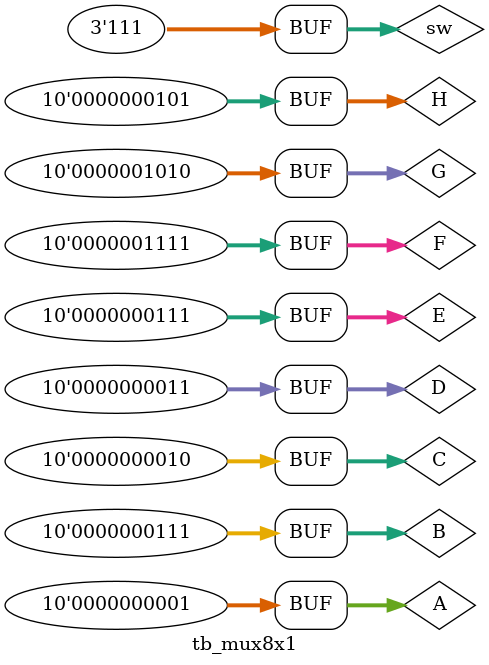
<source format=v>
module mux8x1( 

    output reg [9:0] O, 

    input wire [9:0] A,B,C,D,E,F,G,H,

    input wire [2:0] sw 

    ); 

   always @(A, B, C, D, E, F, G, H, sw) begin 

    case (sw) 

        3'b000: O [9:0] = A[9:0]; 
        3'b001: O [9:0] = B[9:0]; 
        3'b010: O [9:0] = C[9:0];
        3'b011: O [9:0] = D[9:0];    
        3'b100: O [9:0] = E[9:0];
        3'b101: O [9:0] = F[9:0];
        3'b110: O [9:0] = G[9:0];
        3'b111: O [9:0] = H[9:0];
        default:O=10'b0; 

        endcase 

    end 

endmodule 

 

module tb_mux8x1 (); 

    wire [9:0] O; 

    reg [9:0] A, B, C, D, E, F, G, H;  

    reg [2:0] sw; 

    mux8x1 SUT(.O(O), .A(A), .B(B), .C(C), .D(D), .E(E), .F(F), .G(G), .H(H), .sw(sw)); 

    parameter PERIOD = 10; 

     

    initial begin  

        A = 10'b1;  B = 10'b111; C = 10'b10; D = 10'b11; 
        E = 10'b111; F = 10'b1111; G = 10'b1010; H = 10'b0101;

        sw = 3'b0; #PERIOD; //select A  

        sw = 3'b1; #PERIOD; //select B  

        sw = 3'b10; #PERIOD; //Select C 

        sw = 3'b11; #PERIOD; //Select D 
        
        sw = 3'b100; #PERIOD; //select E 

        sw = 3'b101; #PERIOD; //select F  

        sw = 3'b110; #PERIOD; //Select G

        sw = 3'b111; #PERIOD; //Select H 

    end 

endmodule 

</source>
